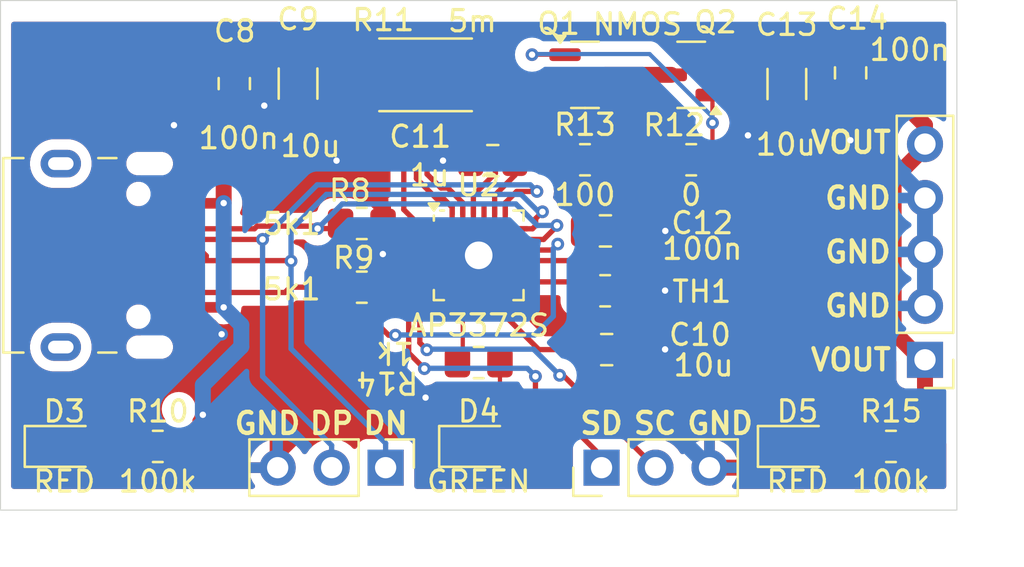
<source format=kicad_pcb>
(kicad_pcb (version 20240108) (generator "pcbnew") (generator_version "8.0")
  (layers (0 "F.Cu" signal) (31 "B.Cu" signal) (34 "B.Paste" user) (35 "F.Paste" user) (36 "B.SilkS" user "B.Silkscreen") (37 "F.SilkS" user "F.Silkscreen") (38 "B.Mask" user) (39 "F.Mask" user) (44 "Edge.Cuts" user))
  (net 0 "")
  (net 1 "GND2")
  (net 2 "Net-(U2-V18)")
  (net 3 "Net-(U2-V5V)")
  (net 4 "Net-(U2-IFB)")
  (net 5 "Net-(J8-CC1)")
  (net 6 "/DN")
  (net 7 "/DP")
  (net 9 "Net-(J8-CC2)")
  (net 13 "/VOUT")
  (net 14 "Net-(D3-A)")
  (net 15 "Net-(U2-PWR_EN)")
  (net 16 "Net-(U2-VOUT)")
  (net 17 "Net-(D4-A)")
  (net 18 "Net-(U2-LED)")
  (net 20 "Net-(U2-OTP)")
  (net 22 "/VBUS")
  (net 23 "/VSENSE")
  (net 24 "/SCL'")
  (net 25 "/SDA'")
  (net 26 "Net-(D5-A)")
  (net 33 "/D")
  (net 34 "/G")
  (footprint "Connector_PinHeader_2.54mm:PinHeader_1x05_P2.54mm_Vertical" (layer "F.Cu") (at 93.5 66.92 180)
    (property "Reference" "J11" (hide yes))
    (property "Value" "Conn_01x02")
    (fp_line (start 1.33 1.27) (end 1.33 11.49) (stroke (width 0.12)) (layer "F.SilkS"))
    (fp_line (start -1.33 11.49) (end 1.33 11.49) (stroke (width 0.12)) (layer "F.SilkS"))
    (fp_line (start -1.33 1.27) (end 1.33 1.27) (stroke (width 0.12)) (layer "F.SilkS"))
    (fp_line (start -1.33 1.27) (end -1.33 11.49) (stroke (width 0.12)) (layer "F.SilkS"))
    (fp_line (start -1.33 0) (end -1.33 -1.33) (stroke (width 0.12)) (layer "F.SilkS"))
    (fp_line (start -1.33 -1.33) (end 0 -1.33) (stroke (width 0.12)) (layer "F.SilkS"))
    (pad "1" thru_hole rect (at 0 0 180) (size 1.7 1.7) (drill 1) (layers "*.Cu" "*.Mask") (net 13 "/VOUT"))
    (pad "2" thru_hole oval (at 0 2.54 180) (size 1.7 1.7) (drill 1) (layers "*.Cu" "*.Mask") (net 1 "GND2"))
    (pad "3" thru_hole oval (at 0 5.08 180) (size 1.7 1.7) (drill 1) (layers "*.Cu" "*.Mask") (net 1 "GND2"))
    (pad "4" thru_hole oval (at 0 7.62 180) (size 1.7 1.7) (drill 1) (layers "*.Cu" "*.Mask") (net 1 "GND2"))
    (pad "5" thru_hole oval (at 0 10.16 180) (size 1.7 1.7) (drill 1) (layers "*.Cu" "*.Mask") (net 13 "/VOUT"))
  )
  (footprint "Package_TO_SOT_SMD:SOT-23" (layer "F.Cu") (at 82.5 53.5 180)
    (property "Reference" "Q2" (at -1.14 2.48 0) (layer "F.SilkS"))
    (property "Value" "NMOS" (hide yes))
    (fp_line (start 0 1.56) (end 0.65 1.56) (stroke (width 0.12)) (layer "F.SilkS"))
    (fp_line (start 0 1.56) (end -0.65 1.56) (stroke (width 0.12)) (layer "F.SilkS"))
    (fp_line (start 0 -1.56) (end 0.65 -1.56) (stroke (width 0.12)) (layer "F.SilkS"))
    (fp_line (start 0 -1.56) (end -0.65 -1.56) (stroke (width 0.12)) (layer "F.SilkS"))
    (fp_poly (pts (xy -1.1625 -1.51) (xy -1.4025 -1.84) (xy -0.9225 -1.84) (xy -1.1625 -1.51)) (stroke (width 0.12)) (fill solid) (layer "F.SilkS"))
    (pad "1" smd roundrect (at -0.9375 -0.95 180) (size 1.475 0.6) (layers "F.Cu" "F.Paste" "F.Mask") (net 34 "/G"))
    (pad "2" smd roundrect (at -0.9375 0.95 180) (size 1.475 0.6) (layers "F.Cu" "F.Paste" "F.Mask") (net 13 "/VOUT"))
    (pad "3" smd roundrect (at 0.9375 0 180) (size 1.475 0.6) (layers "F.Cu" "F.Paste" "F.Mask") (net 33 "/D"))
  )
  (footprint "Capacitor_SMD:C_1206_3216Metric_Pad1.33x1.80mm_HandSolder" (layer "F.Cu") (at 64 53.9125 -90)
    (property "Reference" "C9" (at -3.0325 0 0) (layer "F.SilkS"))
    (property "Value" "10u" (at 2.9375 -0.59 0) (layer "F.SilkS"))
    (fp_line (start -0.711252 0.91) (end 0.711252 0.91) (stroke (width 0.12)) (layer "F.SilkS"))
    (fp_line (start -0.711252 -0.91) (end 0.711252 -0.91) (stroke (width 0.12)) (layer "F.SilkS"))
    (pad "1" smd roundrect (at -1.5625 0 270) (size 1.325 1.8) (layers "F.Cu" "F.Paste" "F.Mask") (roundrect_rratio 0.188679) (net 22 "/VBUS"))
    (pad "2" smd roundrect (at 1.5625 0 270) (size 1.325 1.8) (layers "F.Cu" "F.Paste" "F.Mask") (roundrect_rratio 0.188679) (net 1 "GND2"))
  )
  (footprint "Capacitor_SMD:C_0805_2012Metric_Pad1.18x1.45mm_HandSolder" (layer "F.Cu") (at 90 53.4075 -90)
    (property "Reference" "C14" (at -2.5575 -0.31 0) (layer "F.SilkS"))
    (property "Value" "100n" (at -1.0875 -2.78 0) (layer "F.SilkS"))
    (fp_line (start -0.261252 0.735) (end 0.261252 0.735) (stroke (width 0.12)) (layer "F.SilkS"))
    (fp_line (start -0.261252 -0.735) (end 0.261252 -0.735) (stroke (width 0.12)) (layer "F.SilkS"))
    (pad "1" smd roundrect (at -1.0375 0 270) (size 1.175 1.45) (layers "F.Cu" "F.Paste" "F.Mask") (roundrect_rratio 0.212766) (net 13 "/VOUT"))
    (pad "2" smd roundrect (at 1.0375 0 270) (size 1.175 1.45) (layers "F.Cu" "F.Paste" "F.Mask") (roundrect_rratio 0.212766) (net 1 "GND2"))
  )
  (footprint "Resistor_SMD:R_0805_2012Metric_Pad1.20x1.40mm_HandSolder" (layer "F.Cu") (at 82.5 57.5)
    (property "Reference" "R12" (at -0.8 -1.63 0) (layer "F.SilkS"))
    (property "Value" "0" (at 0 1.65 0) (layer "F.SilkS"))
    (fp_line (start -0.227064 -0.735) (end 0.227064 -0.735) (stroke (width 0.12)) (layer "F.SilkS"))
    (fp_line (start -0.227064 0.735) (end 0.227064 0.735) (stroke (width 0.12)) (layer "F.SilkS"))
    (pad "1" smd roundrect (at -1 0) (size 1.2 1.4) (layers "F.Cu" "F.Paste" "F.Mask") (roundrect_rratio 0.208333) (net 15 "Net-(U2-PWR_EN)"))
    (pad "2" smd roundrect (at 1 0) (size 1.2 1.4) (layers "F.Cu" "F.Paste" "F.Mask") (roundrect_rratio 0.208333) (net 34 "/G"))
  )
  (footprint "Capacitor_SMD:C_1206_3216Metric_Pad1.33x1.80mm_HandSolder" (layer "F.Cu") (at 87 53.9325 -90)
    (property "Reference" "C13" (at -2.7925 0.01 0) (layer "F.SilkS"))
    (property "Value" "10u" (at 2.8475 0.05 0) (layer "F.SilkS"))
    (fp_line (start -0.711252 0.91) (end 0.711252 0.91) (stroke (width 0.12)) (layer "F.SilkS"))
    (fp_line (start -0.711252 -0.91) (end 0.711252 -0.91) (stroke (width 0.12)) (layer "F.SilkS"))
    (pad "1" smd roundrect (at -1.5625 0 270) (size 1.325 1.8) (layers "F.Cu" "F.Paste" "F.Mask") (roundrect_rratio 0.188679) (net 13 "/VOUT"))
    (pad "2" smd roundrect (at 1.5625 0 270) (size 1.325 1.8) (layers "F.Cu" "F.Paste" "F.Mask") (roundrect_rratio 0.188679) (net 1 "GND2"))
  )
  (footprint "LED_SMD:LED_0805_2012Metric_Pad1.15x1.40mm_HandSolder" (layer "F.Cu") (at 53 71)
    (property "Reference" "D3" (at 0 -1.65 0) (layer "F.SilkS"))
    (property "Value" "RED" (at 0 1.65 0) (layer "F.SilkS"))
    (fp_line (start -1.86 -0.96) (end -1.86 0.96) (stroke (width 0.12)) (layer "F.SilkS"))
    (fp_line (start -1.86 0.96) (end 1 0.96) (stroke (width 0.12)) (layer "F.SilkS"))
    (fp_line (start 1 -0.96) (end -1.86 -0.96) (stroke (width 0.12)) (layer "F.SilkS"))
    (pad "1" smd roundrect (at -1.025 0) (size 1.15 1.4) (layers "F.Cu" "F.Paste" "F.Mask") (roundrect_rratio 0.217391) (net 1 "GND2"))
    (pad "2" smd roundrect (at 1.025 0) (size 1.15 1.4) (layers "F.Cu" "F.Paste" "F.Mask") (roundrect_rratio 0.217391) (net 14 "Net-(D3-A)"))
  )
  (footprint "LED_SMD:LED_0805_2012Metric_Pad1.15x1.40mm_HandSolder" (layer "F.Cu") (at 87.5 71)
    (property "Reference" "D5" (at 0 -1.65 0) (layer "F.SilkS"))
    (property "Value" "RED" (at 0 1.65 0) (layer "F.SilkS"))
    (fp_line (start -1.86 -0.96) (end -1.86 0.96) (stroke (width 0.12)) (layer "F.SilkS"))
    (fp_line (start -1.86 0.96) (end 1 0.96) (stroke (width 0.12)) (layer "F.SilkS"))
    (fp_line (start 1 -0.96) (end -1.86 -0.96) (stroke (width 0.12)) (layer "F.SilkS"))
    (pad "1" smd roundrect (at -1.025 0) (size 1.15 1.4) (layers "F.Cu" "F.Paste" "F.Mask") (roundrect_rratio 0.217391) (net 1 "GND2"))
    (pad "2" smd roundrect (at 1.025 0) (size 1.15 1.4) (layers "F.Cu" "F.Paste" "F.Mask") (roundrect_rratio 0.217391) (net 26 "Net-(D5-A)"))
  )
  (footprint "Capacitor_SMD:C_0805_2012Metric_Pad1.18x1.45mm_HandSolder" (layer "F.Cu") (at 61 53.9125 -90)
    (property "Reference" "C8" (at -2.4725 -0.02 0) (layer "F.SilkS"))
    (property "Value" "100n" (at 2.5675 -0.21 0) (layer "F.SilkS"))
    (fp_line (start -0.261252 0.735) (end 0.261252 0.735) (stroke (width 0.12)) (layer "F.SilkS"))
    (fp_line (start -0.261252 -0.735) (end 0.261252 -0.735) (stroke (width 0.12)) (layer "F.SilkS"))
    (pad "1" smd roundrect (at -1.0375 0 270) (size 1.175 1.45) (layers "F.Cu" "F.Paste" "F.Mask") (roundrect_rratio 0.212766) (net 22 "/VBUS"))
    (pad "2" smd roundrect (at 1.0375 0 270) (size 1.175 1.45) (layers "F.Cu" "F.Paste" "F.Mask") (roundrect_rratio 0.212766) (net 1 "GND2"))
  )
  (footprint "Resistor_SMD:R_0805_2012Metric_Pad1.20x1.40mm_HandSolder" (layer "F.Cu") (at 72.5 67.05)
    (property "Reference" "R14" (at -4.3 0.95 180) (layer "F.SilkS"))
    (property "Value" "1k" (at -3.94 -0.45 180) (layer "F.SilkS"))
    (fp_line (start -0.227064 -0.735) (end 0.227064 -0.735) (stroke (width 0.12)) (layer "F.SilkS"))
    (fp_line (start -0.227064 0.735) (end 0.227064 0.735) (stroke (width 0.12)) (layer "F.SilkS"))
    (pad "1" smd roundrect (at -1 0) (size 1.2 1.4) (layers "F.Cu" "F.Paste" "F.Mask") (roundrect_rratio 0.208333) (net 18 "Net-(U2-LED)"))
    (pad "2" smd roundrect (at 1 0) (size 1.2 1.4) (layers "F.Cu" "F.Paste" "F.Mask") (roundrect_rratio 0.208333) (net 17 "Net-(D4-A)"))
  )
  (footprint "Resistor_SMD:R_0805_2012Metric_Pad1.20x1.40mm_HandSolder" (layer "F.Cu") (at 57.4 71 180)
    (property "Reference" "R10" (at 0 1.65 0) (layer "F.SilkS"))
    (property "Value" "100k" (at 0 -1.65 0) (layer "F.SilkS"))
    (fp_line (start -0.227064 0.735) (end 0.227064 0.735) (stroke (width 0.12)) (layer "F.SilkS"))
    (fp_line (start -0.227064 -0.735) (end 0.227064 -0.735) (stroke (width 0.12)) (layer "F.SilkS"))
    (pad "1" smd roundrect (at -1 0 180) (size 1.2 1.4) (layers "F.Cu" "F.Paste" "F.Mask") (roundrect_rratio 0.208333) (net 22 "/VBUS"))
    (pad "2" smd roundrect (at 1 0 180) (size 1.2 1.4) (layers "F.Cu" "F.Paste" "F.Mask") (roundrect_rratio 0.208333) (net 14 "Net-(D3-A)"))
  )
  (footprint "Resistor_SMD:R_0805_2012Metric_Pad1.20x1.40mm_HandSolder" (layer "F.Cu") (at 67 63.5)
    (property "Reference" "R9" (at -0.38 -1.38 0) (layer "F.SilkS"))
    (property "Value" "5k1" (at -3.3 0.1 0) (layer "F.SilkS"))
    (fp_line (start -0.227064 -0.735) (end 0.227064 -0.735) (stroke (width 0.12)) (layer "F.SilkS"))
    (fp_line (start -0.227064 0.735) (end 0.227064 0.735) (stroke (width 0.12)) (layer "F.SilkS"))
    (pad "1" smd roundrect (at -1 0) (size 1.2 1.4) (layers "F.Cu" "F.Paste" "F.Mask") (roundrect_rratio 0.208333) (net 9 "Net-(J8-CC2)"))
    (pad "2" smd roundrect (at 1 0) (size 1.2 1.4) (layers "F.Cu" "F.Paste" "F.Mask") (roundrect_rratio 0.208333) (net 1 "GND2"))
  )
  (footprint "Capacitor_SMD:C_0805_2012Metric_Pad1.18x1.45mm_HandSolder" (layer "F.Cu") (at 73.1625 57.54 180)
    (property "Reference" "C11" (at 3.4125 1.13 0) (layer "F.SilkS"))
    (property "Value" "1u" (at 2.9725 -0.69 0) (layer "F.SilkS"))
    (fp_line (start -0.261252 0.735) (end 0.261252 0.735) (stroke (width 0.12)) (layer "F.SilkS"))
    (fp_line (start -0.261252 -0.735) (end 0.261252 -0.735) (stroke (width 0.12)) (layer "F.SilkS"))
    (pad "1" smd roundrect (at -1.0375 0 180) (size 1.175 1.45) (layers "F.Cu" "F.Paste" "F.Mask") (roundrect_rratio 0.212766) (net 3 "Net-(U2-V5V)"))
    (pad "2" smd roundrect (at 1.0375 0 180) (size 1.175 1.45) (layers "F.Cu" "F.Paste" "F.Mask") (roundrect_rratio 0.212766) (net 1 "GND2"))
  )
  (footprint "LED_SMD:LED_0805_2012Metric_Pad1.15x1.40mm_HandSolder" (layer "F.Cu") (at 72.5 71)
    (property "Reference" "D4" (at 0 -1.65 0) (layer "F.SilkS"))
    (property "Value" "GREEN" (at 0 1.65 0) (layer "F.SilkS"))
    (fp_line (start -1.86 -0.96) (end -1.86 0.96) (stroke (width 0.12)) (layer "F.SilkS"))
    (fp_line (start -1.86 0.96) (end 1 0.96) (stroke (width 0.12)) (layer "F.SilkS"))
    (fp_line (start 1 -0.96) (end -1.86 -0.96) (stroke (width 0.12)) (layer "F.SilkS"))
    (pad "1" smd roundrect (at -1.025 0) (size 1.15 1.4) (layers "F.Cu" "F.Paste" "F.Mask") (roundrect_rratio 0.217391) (net 1 "GND2"))
    (pad "2" smd roundrect (at 1.025 0) (size 1.15 1.4) (layers "F.Cu" "F.Paste" "F.Mask") (roundrect_rratio 0.217391) (net 17 "Net-(D4-A)"))
  )
  (footprint "Resistor_SMD:R_2512_6332Metric_Pad1.40x3.35mm_HandSolder" (layer "F.Cu") (at 70 53.5)
    (property "Reference" "R11" (at -1.99 -2.58 0) (layer "F.SilkS"))
    (property "Value" "5m" (at 2.2 -2.53 0) (layer "F.SilkS"))
    (fp_line (start -2.177064 -1.71) (end 2.177064 -1.71) (stroke (width 0.12)) (layer "F.SilkS"))
    (fp_line (start -2.177064 1.71) (end 2.177064 1.71) (stroke (width 0.12)) (layer "F.SilkS"))
    (pad "1" smd roundrect (at -3.05 0) (size 1.4 3.35) (layers "F.Cu" "F.Paste" "F.Mask") (roundrect_rratio 0.178571) (net 22 "/VBUS"))
    (pad "2" smd roundrect (at 3.05 0) (size 1.4 3.35) (layers "F.Cu" "F.Paste" "F.Mask") (roundrect_rratio 0.178571) (net 23 "/VSENSE"))
  )
  (footprint "Resistor_SMD:R_0805_2012Metric_Pad1.20x1.40mm_HandSolder" (layer "F.Cu") (at 91.9 71 180)
    (property "Reference" "R15" (at 0 1.65 0) (layer "F.SilkS"))
    (property "Value" "100k" (at 0 -1.65 0) (layer "F.SilkS"))
    (fp_line (start -0.227064 0.735) (end 0.227064 0.735) (stroke (width 0.12)) (layer "F.SilkS"))
    (fp_line (start -0.227064 -0.735) (end 0.227064 -0.735) (stroke (width 0.12)) (layer "F.SilkS"))
    (pad "1" smd roundrect (at -1 0 180) (size 1.2 1.4) (layers "F.Cu" "F.Paste" "F.Mask") (roundrect_rratio 0.208333) (net 13 "/VOUT"))
    (pad "2" smd roundrect (at 1 0 180) (size 1.2 1.4) (layers "F.Cu" "F.Paste" "F.Mask") (roundrect_rratio 0.208333) (net 26 "Net-(D5-A)"))
  )
  (footprint "Capacitor_SMD:C_0805_2012Metric_Pad1.18x1.45mm_HandSolder" (layer "F.Cu") (at 78.5225 66.44)
    (property "Reference" "C10" (at 4.3875 -0.7 0) (layer "F.SilkS"))
    (property "Value" "10u" (at 4.5575 0.74 0) (layer "F.SilkS"))
    (fp_line (start -0.261252 -0.735) (end 0.261252 -0.735) (stroke (width 0.12)) (layer "F.SilkS"))
    (fp_line (start -0.261252 0.735) (end 0.261252 0.735) (stroke (width 0.12)) (layer "F.SilkS"))
    (pad "1" smd roundrect (at -1.0375 0) (size 1.175 1.45) (layers "F.Cu" "F.Paste" "F.Mask") (roundrect_rratio 0.212766) (net 2 "Net-(U2-V18)"))
    (pad "2" smd roundrect (at 1.0375 0) (size 1.175 1.45) (layers "F.Cu" "F.Paste" "F.Mask") (roundrect_rratio 0.212766) (net 1 "GND2"))
  )
  (footprint "Connector_PinHeader_2.54mm:PinHeader_1x03_P2.54mm_Vertical" (layer "F.Cu") (at 78.28 72 90)
    (property "Reference" "J10" (hide yes))
    (property "Value" "Conn_01x03")
    (fp_line (start -1.33 -1.33) (end 0 -1.33) (stroke (width 0.12)) (layer "F.SilkS"))
    (fp_line (start -1.33 0) (end -1.33 -1.33) (stroke (width 0.12)) (layer "F.SilkS"))
    (fp_line (start 1.33 1.27) (end 1.33 6.41) (stroke (width 0.12)) (layer "F.SilkS"))
    (fp_line (start -1.33 1.27) (end 1.33 1.27) (stroke (width 0.12)) (layer "F.SilkS"))
    (fp_line (start -1.33 1.27) (end -1.33 6.41) (stroke (width 0.12)) (layer "F.SilkS"))
    (fp_line (start -1.33 6.41) (end 1.33 6.41) (stroke (width 0.12)) (layer "F.SilkS"))
    (pad "1" thru_hole rect (at 0 0 90) (size 1.7 1.7) (drill 1) (layers "*.Cu" "*.Mask") (net 25 "/SDA'"))
    (pad "2" thru_hole oval (at 0 2.54 90) (size 1.7 1.7) (drill 1) (layers "*.Cu" "*.Mask") (net 24 "/SCL'"))
    (pad "3" thru_hole oval (at 0 5.08 90) (size 1.7 1.7) (drill 1) (layers "*.Cu" "*.Mask") (net 1 "GND2"))
  )
  (footprint "Resistor_SMD:R_0805_2012Metric_Pad1.20x1.40mm_HandSolder" (layer "F.Cu") (at 78.45 63.67)
    (property "Reference" "TH1" (at 4.55 0.04 0) (layer "F.SilkS"))
    (property "Value" "Thermistor_NTC")
    (fp_line (start -0.227064 -0.735) (end 0.227064 -0.735) (stroke (width 0.12)) (layer "F.SilkS"))
    (fp_line (start -0.227064 0.735) (end 0.227064 0.735) (stroke (width 0.12)) (layer "F.SilkS"))
    (pad "1" smd roundrect (at -1 0) (size 1.2 1.4) (layers "F.Cu" "F.Paste" "F.Mask") (roundrect_rratio 0.208333) (net 20 "Net-(U2-OTP)"))
    (pad "2" smd roundrect (at 1 0) (size 1.2 1.4) (layers "F.Cu" "F.Paste" "F.Mask") (roundrect_rratio 0.208333) (net 1 "GND2"))
  )
  (footprint "Package_TO_SOT_SMD:SOT-23" (layer "F.Cu") (at 77.5 53.5)
    (property "Reference" "Q1" (at -1.24 -2.41 0) (layer "F.SilkS"))
    (property "Value" "NMOS" (at 2.47 -2.38 0) (layer "F.SilkS"))
    (fp_line (start 0 -1.56) (end -0.65 -1.56) (stroke (width 0.12)) (layer "F.SilkS"))
    (fp_line (start 0 -1.56) (end 0.65 -1.56) (stroke (width 0.12)) (layer "F.SilkS"))
    (fp_line (start 0 1.56) (end -0.65 1.56) (stroke (width 0.12)) (layer "F.SilkS"))
    (fp_line (start 0 1.56) (end 0.65 1.56) (stroke (width 0.12)) (layer "F.SilkS"))
    (fp_poly (pts (xy -1.1625 -1.51) (xy -1.4025 -1.84) (xy -0.9225 -1.84) (xy -1.1625 -1.51)) (stroke (width 0.12)) (fill solid) (layer "F.SilkS"))
    (pad "1" smd roundrect (at -0.9375 -0.95) (size 1.475 0.6) (layers "F.Cu" "F.Paste" "F.Mask") (net 34 "/G"))
    (pad "2" smd roundrect (at -0.9375 0.95) (size 1.475 0.6) (layers "F.Cu" "F.Paste" "F.Mask") (net 23 "/VSENSE"))
    (pad "3" smd roundrect (at 0.9375 0) (size 1.475 0.6) (layers "F.Cu" "F.Paste" "F.Mask") (net 33 "/D"))
  )
  (footprint "Resistor_SMD:R_0805_2012Metric_Pad1.20x1.40mm_HandSolder" (layer "F.Cu") (at 67 60.5)
    (property "Reference" "R8" (at -0.56 -1.55 0) (layer "F.SilkS"))
    (property "Value" "5k1" (at -3.3 0.02 0) (layer "F.SilkS"))
    (fp_line (start -0.227064 -0.735) (end 0.227064 -0.735) (stroke (width 0.12)) (layer "F.SilkS"))
    (fp_line (start -0.227064 0.735) (end 0.227064 0.735) (stroke (width 0.12)) (layer "F.SilkS"))
    (pad "1" smd roundrect (at -1 0) (size 1.2 1.4) (layers "F.Cu" "F.Paste" "F.Mask") (roundrect_rratio 0.208333) (net 5 "Net-(J8-CC1)"))
    (pad "2" smd roundrect (at 1 0) (size 1.2 1.4) (layers "F.Cu" "F.Paste" "F.Mask") (roundrect_rratio 0.208333) (net 1 "GND2"))
  )
  (footprint "Resistor_SMD:R_0805_2012Metric_Pad1.20x1.40mm_HandSolder" (layer "F.Cu") (at 77.5 57.5)
    (property "Reference" "R13" (at 0 -1.65 0) (layer "F.SilkS"))
    (property "Value" "100" (at 0 1.65 0) (layer "F.SilkS"))
    (fp_line (start -0.227064 -0.735) (end 0.227064 -0.735) (stroke (width 0.12)) (layer "F.SilkS"))
    (fp_line (start -0.227064 0.735) (end 0.227064 0.735) (stroke (width 0.12)) (layer "F.SilkS"))
    (pad "1" smd roundrect (at -1 0) (size 1.2 1.4) (layers "F.Cu" "F.Paste" "F.Mask") (roundrect_rratio 0.208333) (net 16 "Net-(U2-VOUT)"))
    (pad "2" smd roundrect (at 1 0) (size 1.2 1.4) (layers "F.Cu" "F.Paste" "F.Mask") (roundrect_rratio 0.208333) (net 13 "/VOUT"))
  )
  (footprint "Capacitor_SMD:C_0805_2012Metric_Pad1.18x1.45mm_HandSolder" (layer "F.Cu") (at 78.4625 60.85)
    (property "Reference" "C12" (at 4.5575 -0.37 0) (layer "F.SilkS"))
    (property "Value" "100n" (at 4.5575 0.84 0) (layer "F.SilkS"))
    (fp_line (start -0.261252 -0.735) (end 0.261252 -0.735) (stroke (width 0.12)) (layer "F.SilkS"))
    (fp_line (start -0.261252 0.735) (end 0.261252 0.735) (stroke (width 0.12)) (layer "F.SilkS"))
    (pad "1" smd roundrect (at -1.0375 0) (size 1.175 1.45) (layers "F.Cu" "F.Paste" "F.Mask") (roundrect_rratio 0.212766) (net 4 "Net-(U2-IFB)"))
    (pad "2" smd roundrect (at 1.0375 0) (size 1.175 1.45) (layers "F.Cu" "F.Paste" "F.Mask") (roundrect_rratio 0.212766) (net 1 "GND2"))
  )
  (footprint "Connector_PinHeader_2.54mm:PinHeader_1x03_P2.54mm_Vertical" (layer "F.Cu") (at 68.12 72 -90)
    (property "Reference" "J9" (hide yes))
    (property "Value" "Conn_01x03")
    (fp_line (start -1.33 6.41) (end 1.33 6.41) (stroke (width 0.12)) (layer "F.SilkS"))
    (fp_line (start -1.33 1.27) (end -1.33 6.41) (stroke (width 0.12)) (layer "F.SilkS"))
    (fp_line (start -1.33 1.27) (end 1.33 1.27) (stroke (width 0.12)) (layer "F.SilkS"))
    (fp_line (start 1.33 1.27) (end 1.33 6.41) (stroke (width 0.12)) (layer "F.SilkS"))
    (fp_line (start -1.33 0) (end -1.33 -1.33) (stroke (width 0.12)) (layer "F.SilkS"))
    (fp_line (start -1.33 -1.33) (end 0 -1.33) (stroke (width 0.12)) (layer "F.SilkS"))
    (pad "1" thru_hole rect (at 0 0 270) (size 1.7 1.7) (drill 1) (layers "*.Cu" "*.Mask") (net 6 "/DN"))
    (pad "2" thru_hole oval (at 0 2.54 270) (size 1.7 1.7) (drill 1) (layers "*.Cu" "*.Mask") (net 7 "/DP"))
    (pad "3" thru_hole oval (at 0 5.08 270) (size 1.7 1.7) (drill 1) (layers "*.Cu" "*.Mask") (net 1 "GND2"))
  )
  (footprint "Package_DFN_QFN:QFN-24-1EP_4x4mm_P0.5mm_EP2.6x2.6mm" (layer "F.Cu") (at 72.5 62)
    (property "Reference" "U2" (at 0 -3.3 0) (layer "F.SilkS"))
    (property "Value" "AP3372S" (at 0 3.3 0) (layer "F.SilkS"))
    (fp_line (start -2.11 -1.635) (end -2.11 -1.87) (stroke (width 0.12)) (layer "F.SilkS"))
    (fp_line (start -2.11 2.11) (end -2.11 1.635) (stroke (width 0.12)) (layer "F.SilkS"))
    (fp_line (start -1.635 -2.11) (end -1.81 -2.11) (stroke (width 0.12)) (layer "F.SilkS"))
    (fp_line (start -1.635 2.11) (end -2.11 2.11) (stroke (width 0.12)) (layer "F.SilkS"))
    (fp_line (start 1.635 -2.11) (end 2.11 -2.11) (stroke (width 0.12)) (layer "F.SilkS"))
    (fp_line (start 1.635 2.11) (end 2.11 2.11) (stroke (width 0.12)) (layer "F.SilkS"))
    (fp_line (start 2.11 -2.11) (end 2.11 -1.635) (stroke (width 0.12)) (layer "F.SilkS"))
    (fp_line (start 2.11 2.11) (end 2.11 1.635) (stroke (width 0.12)) (layer "F.SilkS"))
    (fp_poly (pts (xy -2.11 -2.11) (xy -2.35 -2.44) (xy -1.87 -2.44) (xy -2.11 -2.11)) (stroke (width 0.12)) (fill solid) (layer "F.SilkS"))
    (pad "1" smd roundrect (at -1.9375 -1.25) (size 0.825 0.25) (layers "F.Cu" "F.Paste" "F.Mask") (net 22 "/VBUS"))
    (pad "2" smd roundrect (at -1.9375 -0.75) (size 0.825 0.25) (layers "F.Cu" "F.Paste" "F.Mask"))
    (pad "3" smd roundrect (at -1.9375 -0.25) (size 0.825 0.25) (layers "F.Cu" "F.Paste" "F.Mask") (net 1 "GND2"))
    (pad "4" smd roundrect (at -1.9375 0.25) (size 0.825 0.25) (layers "F.Cu" "F.Paste" "F.Mask") (net 25 "/SDA'"))
    (pad "5" smd roundrect (at -1.9375 0.75) (size 0.825 0.25) (layers "F.Cu" "F.Paste" "F.Mask") (net 24 "/SCL'"))
    (pad "6" smd roundrect (at -1.9375 1.25) (size 0.825 0.25) (layers "F.Cu" "F.Paste" "F.Mask"))
    (pad "7" smd roundrect (at -1.25 1.9375) (size 0.25 0.825) (layers "F.Cu" "F.Paste" "F.Mask"))
    (pad "8" smd roundrect (at -0.75 1.9375) (size 0.25 0.825) (layers "F.Cu" "F.Paste" "F.Mask") (net 18 "Net-(U2-LED)"))
    (pad "9" smd roundrect (at -0.25 1.9375) (size 0.25 0.825) (layers "F.Cu" "F.Paste" "F.Mask"))
    (pad "10" smd roundrect (at 0.25 1.9375) (size 0.25 0.825) (layers "F.Cu" "F.Paste" "F.Mask"))
    (pad "11" smd roundrect (at 0.75 1.9375) (size 0.25 0.825) (layers "F.Cu" "F.Paste" "F.Mask"))
    (pad "12" smd roundrect (at 1.25 1.9375) (size 0.25 0.825) (layers "F.Cu" "F.Paste" "F.Mask") (net 2 "Net-(U2-V18)"))
    (pad "13" smd roundrect (at 1.9375 1.25) (size 0.825 0.25) (layers "F.Cu" "F.Paste" "F.Mask") (net 20 "Net-(U2-OTP)"))
    (pad "14" smd roundrect (at 1.9375 0.75) (size 0.825 0.25) (layers "F.Cu" "F.Paste" "F.Mask"))
    (pad "15" smd roundrect (at 1.9375 0.25) (size 0.825 0.25) (layers "F.Cu" "F.Paste" "F.Mask") (net 4 "Net-(U2-IFB)"))
    (pad "16" smd roundrect (at 1.9375 -0.25) (size 0.825 0.25) (layers "F.Cu" "F.Paste" "F.Mask") (net 9 "Net-(J8-CC2)"))
    (pad "17" smd roundrect (at 1.9375 -0.75) (size 0.825 0.25) (layers "F.Cu" "F.Paste" "F.Mask") (net 5 "Net-(J8-CC1)"))
    (pad "18" smd roundrect (at 1.9375 -1.25) (size 0.825 0.25) (layers "F.Cu" "F.Paste" "F.Mask") (net 6 "/DN"))
    (pad "19" smd roundrect (at 1.25 -1.9375) (size 0.25 0.825) (layers "F.Cu" "F.Paste" "F.Mask") (net 7 "/DP"))
    (pad "20" smd roundrect (at 0.75 -1.9375) (size 0.25 0.825) (layers "F.Cu" "F.Paste" "F.Mask") (net 3 "Net-(U2-V5V)"))
    (pad "21" smd roundrect (at 0.25 -1.9375) (size 0.25 0.825) (layers "F.Cu" "F.Paste" "F.Mask"))
    (pad "22" smd roundrect (at -0.25 -1.9375) (size 0.25 0.825) (layers "F.Cu" "F.Paste" "F.Mask") (net 16 "Net-(U2-VOUT)"))
    (pad "23" smd roundrect (at -0.75 -1.9375) (size 0.25 0.825) (layers "F.Cu" "F.Paste" "F.Mask") (net 15 "Net-(U2-PWR_EN)"))
    (pad "24" smd roundrect (at -1.25 -1.9375) (size 0.25 0.825) (layers "F.Cu" "F.Paste" "F.Mask") (net 23 "/VSENSE"))
    (pad "25" thru_hole rect (at 0 0) (size 2.6 2.6) (drill 1.3) (property pad_prop_heatsink) (layers "*.Cu" "*.Mask") (net 1 "GND2"))
  )
  (footprint "misc:usb_c_connector" (layer "F.Cu") (at 52.8365 62 -90)
    (property "Reference" "J8" (hide yes))
    (property "Value" "USB_C_Receptacle_USB2.0_16P")
    (fp_line (start -4.58 2.708) (end 4.58 2.708) (stroke (width 0.12)) (layer "F.SilkS"))
    (fp_line (start -4.58 1.758) (end -4.58 2.708) (stroke (width 0.12)) (layer "F.SilkS"))
    (fp_line (start 4.58 1.758) (end 4.58 2.708) (stroke (width 0.12)) (layer "F.SilkS"))
    (fp_line (start -4.58 -2.617) (end -4.58 -1.762) (stroke (width 0.12)) (layer "F.SilkS"))
    (fp_line (start 4.58 -2.617) (end 4.58 -1.762) (stroke (width 0.12)) (layer "F.SilkS"))
    (pad "" np_thru_hole oval (at -4.32 -4.18 270) (size 0.6 1.7) (drill oval 0.6 1.7) (layers "F&B.Cu" "*.Mask"))
    (pad "" np_thru_hole circle (at -2.89 -3.65 270) (size 0.65 0.65) (drill 0.65) (layers "F&B.Cu" "*.Mask"))
    (pad "" np_thru_hole circle (at 2.89 -3.65 270) (size 0.65 0.65) (drill 0.65) (layers "F&B.Cu" "*.Mask"))
    (pad "" np_thru_hole oval (at 4.32 -4.18 270) (size 0.6 1.7) (drill oval 0.6 1.7) (layers "F&B.Cu" "*.Mask"))
    (pad "A1" smd rect (at -3.25 -5.37 270) (size 0.6 2) (layers "F.Cu" "F.Paste" "F.Mask") (net 1 "GND2"))
    (pad "A4" smd rect (at -2.45 -5.37 270) (size 0.6 2) (layers "F.Cu" "F.Paste" "F.Mask") (net 22 "/VBUS"))
    (pad "A5" smd rect (at -1.25 -5.37 270) (size 0.3 2) (layers "F.Cu" "F.Paste" "F.Mask") (net 5 "Net-(J8-CC1)"))
    (pad "A6" smd rect (at -0.25 -5.37 270) (size 0.3 2) (layers "F.Cu" "F.Paste" "F.Mask") (net 6 "/DN"))
    (pad "A7" smd rect (at 0.25 -5.37 270) (size 0.3 2) (layers "F.Cu" "F.Paste" "F.Mask") (net 6 "/DN"))
    (pad "A8" smd rect (at 1.25 -5.37 270) (size 0.3 2) (layers "F.Cu" "F.Paste" "F.Mask"))
    (pad "A9" smd rect (at 2.45 -5.37 270) (size 0.6 2) (layers "F.Cu" "F.Paste" "F.Mask") (net 22 "/VBUS"))
    (pad "A12" smd rect (at 3.25 -5.37 270) (size 0.6 2) (layers "F.Cu" "F.Paste" "F.Mask") (net 1 "GND2"))
    (pad "B1" smd rect (at 3.25 -5.37 270) (size 0.6 2) (layers "F.Cu" "F.Paste" "F.Mask") (net 1 "GND2"))
    (pad "B4" smd rect (at 2.45 -5.37 270) (size 0.6 2) (layers "F.Cu" "F.Paste" "F.Mask") (net 22 "/VBUS"))
    (pad "B5" smd rect (at 1.75 -5.37 270) (size 0.3 2) (layers "F.Cu" "F.Paste" "F.Mask") (net 9 "Net-(J8-CC2)"))
    (pad "B6" smd rect (at 0.75 -5.37 270) (size 0.3 2) (layers "F.Cu" "F.Paste" "F.Mask") (net 7 "/DP"))
    (pad "B7" smd rect (at -0.75 -5.37 270) (size 0.3 2) (layers "F.Cu" "F.Paste" "F.Mask") (net 7 "/DP"))
    (pad "B8" smd rect (at -1.75 -5.37 270) (size 0.3 2) (layers "F.Cu" "F.Paste" "F.Mask"))
    (pad "B9" smd rect (at -2.45 -5.37 270) (size 0.6 2) (layers "F.Cu" "F.Paste" "F.Mask") (net 22 "/VBUS"))
    (pad "B12" smd rect (at -3.25 -5.37 270) (size 0.6 2) (layers "F.Cu" "F.Paste" "F.Mask") (net 1 "GND2"))
    (pad "S1" thru_hole oval (at -4.32 0 270) (size 1.3 1.9) (drill oval 0.6 1.2) (layers "*.Cu" "*.Mask"))
    (pad "S1" thru_hole oval (at 4.32 0 270) (size 1.3 1.9) (drill oval 0.6 1.2) (layers "*.Cu" "*.Mask"))
  )
  (gr_rect (start 50 50) (end 95 74) (stroke (width 0.05)) (fill none) (layer "Edge.Cuts"))
  (gr_text "SC" (at 80.8 70.5 0) (layer "F.SilkS") (effects (font (size 1 1) (thickness 0.2) (bold yes)) (justify bottom)))
  (gr_text "GND" (at 62.56 70.5 0) (layer "F.SilkS") (effects (font (size 1 1) (thickness 0.2) (bold yes)) (justify bottom)))
  (gr_text "GND" (at 83.86 70.5 0) (layer "F.SilkS") (effects (font (size 1 1) (thickness 0.2) (bold yes)) (justify bottom)))
  (gr_text "SD" (at 78.28 70.5 0) (layer "F.SilkS") (effects (font (size 1 1) (thickness 0.2) (bold yes)) (justify bottom)))
  (gr_text "DP" (at 65.58 70.5 0) (layer "F.SilkS") (effects (font (size 1 1) (thickness 0.2) (bold yes)) (justify bottom)))
  (gr_text "GND" (at 92 61.84 0) (layer "F.SilkS") (effects (font (size 1 1) (thickness 0.2) (bold yes)) (justify right)))
  (gr_text "VOUT" (at 92 56.68 0) (layer "F.SilkS") (effects (font (size 1 1) (thickness 0.2) (bold yes)) (justify right)))
  (gr_text "VOUT" (at 92 66.92 0) (layer "F.SilkS") (effects (font (size 1 1) (thickness 0.2) (bold yes)) (justify right)))
  (gr_text "GND" (at 92 59.3 0) (layer "F.SilkS") (effects (font (size 1 1) (thickness 0.2) (bold yes)) (justify right)))
  (gr_text "DN" (at 68.12 70.5 0) (layer "F.SilkS") (effects (font (size 1 1) (thickness 0.2) (bold yes)) (justify bottom)))
  (gr_text "GND" (at 92 64.38 0) (layer "F.SilkS") (effects (font (size 1 1) (thickness 0.2) (bold yes)) (justify right)))
  (segment (start 65.64 68.7) (end 70 68.7) (width 0.75) (layer "F.Cu") (net 1))
  (segment (start 59.95 65.25) (end 60.42 65.72) (width 0.5) (layer "F.Cu") (net 1))
  (segment (start 63.04 71.3) (end 65.64 68.7) (width 0.75) (layer "F.Cu") (net 1))
  (segment (start 68 61.93) (end 67.99 61.94) (width 0.75) (layer "F.Cu") (net 1))
  (segment (start 67.99 61.94) (end 68 61.95) (width 0.75) (layer "F.Cu") (net 1))
  (segment (start 63.04 72) (end 63.04 68.34) (width 0.75) (layer "F.Cu") (net 1))
  (segment (start 70.5625 61.75) (end 72.25 61.75) (width 0.25) (layer "F.Cu") (net 1))
  (segment (start 68 60.5) (end 68 61.93) (width 0.75) (layer "F.Cu") (net 1))
  (segment (start 85.475 72) (end 86.475 71) (width 0.75) (layer "F.Cu") (net 1))
  (segment (start 63.04 72) (end 62.965 72.075) (width 0.25) (layer "F.Cu") (net 1))
  (segment (start 90 56.57) (end 89.99 56.58) (width 0.75) (layer "F.Cu") (net 1))
  (segment (start 52.975 72.075) (end 51.9 71) (width 0.25) (layer "F.Cu") (net 1))
  (segment (start 62.41 54.95) (end 63.475 54.95) (width 0.75) (layer "F.Cu") (net 1))
  (segment (start 72.25 61.75) (end 72.5 62) (width 0.25) (layer "F.Cu") (net 1))
  (segment (start 72.125 57.54) (end 70.82 57.54) (width 0.75) (layer "F.Cu") (net 1))
  (segment (start 68 59.73) (end 68 60.5) (width 0.75) (layer "F.Cu") (net 1))
  (segment (start 63.04 72) (end 63.04 71.3) (width 0.75) (layer "F.Cu") (net 1))
  (segment (start 62.965 72.075) (end 52.975 72.075) (width 0.25) (layer "F.Cu") (net 1))
  (segment (start 65.81 57.54) (end 68 59.73) (width 0.75) (layer "F.Cu") (net 1))
  (segment (start 87 55.495) (end 86.025 55.495) (width 0.75) (layer "F.Cu") (net 1))
  (segment (start 81.27 63.66) (end 81.28 63.67) (width 0.75) (layer "F.Cu") (net 1))
  (segment (start 58.6165 56.3265) (end 58.16 55.87) (width 0.5) (layer "F.Cu") (net 1))
  (segment (start 81.27 66.43) (end 81.28 66.44) (width 0.75) (layer "F.Cu") (net 1))
  (segment (start 90 54.445) (end 90 56.57) (width 0.75) (layer "F.Cu") (net 1))
  (segment (start 58.2065 65.25) (end 59.95 65.25) (width 0.5) (layer "F.Cu") (net 1))
  (segment (start 63.475 54.95) (end 64 55.475) (width 0.75) (layer "F.Cu") (net 1))
  (segment (start 79.56 66.44) (end 81.27 66.43) (width 0.75) (layer "F.Cu") (net 1))
  (segment (start 68 61.95) (end 68 63.5) (width 0.75) (layer "F.Cu") (net 1))
  (segment (start 71.475 71) (end 71.475 70.175) (width 0.5) (layer "F.Cu") (net 1))
  (segment (start 79.45 63.67) (end 81.27 63.66) (width 0.75) (layer "F.Cu") (net 1))
  (segment (start 83.36 72) (end 85.475 72) (width 0.75) (layer "F.Cu") (net 1))
  (segment (start 68.18 61.75) (end 67.99 61.94) (width 0.25) (layer "F.Cu") (net 1))
  (segment (start 61 54.95) (end 62.41 54.95) (width 0.75) (layer "F.Cu") (net 1))
  (segment (start 70.5625 61.75) (end 68.18 61.75) (width 0.25) (layer "F.Cu") (net 1))
  (segment (start 79.5 60.85) (end 81.28 60.85) (width 0.75) (layer "F.Cu") (net 1))
  (segment (start 71.475 70.175) (end 70 68.7) (width 0.5) (layer "F.Cu") (net 1))
  (segment (start 86.025 55.495) (end 85.17 56.35) (width 0.75) (layer "F.Cu") (net 1))
  (segment (start 58.2065 58.75) (end 58.6165 58.34) (width 0.5) (layer "F.Cu") (net 1))
  (segment (start 63.04 68.34) (end 60.42 65.72) (width 0.75) (layer "F.Cu") (net 1))
  (segment (start 58.6165 58.34) (end 58.6165 56.3265) (width 0.5) (layer "F.Cu") (net 1))
  (via (at 81.28 60.85) (size 0.6) (drill 0.3) (layers "F.Cu" "B.Cu") (net 1))
  (via (at 60.405 65.715) (size 0.6) (drill 0.3) (layers "F.Cu" "B.Cu") (net 1))
  (via (at 85.17 56.35) (size 0.6) (drill 0.3) (layers "F.Cu" "B.Cu") (net 1))
  (via (at 70.82 57.54) (size 0.6) (drill 0.3) (layers "F.Cu" "B.Cu") (net 1))
  (via (at 81.27 63.66) (size 0.6) (drill 0.3) (layers "F.Cu" "B.Cu") (net 1))
  (via (at 65.81 57.54) (size 0.6) (drill 0.3) (layers "F.Cu" "B.Cu") (net 1))
  (via (at 70 68.7) (size 0.6) (drill 0.3) (layers "F.Cu" "B.Cu") (net 1))
  (via (at 58.16 55.87) (size 0.6) (drill 0.3) (layers "F.Cu" "B.Cu") (net 1))
  (via (at 67.99 61.94) (size 0.6) (drill 0.3) (layers "F.Cu" "B.Cu") (net 1))
  (via (at 89.99 56.58) (size 0.6) (drill 0.3) (layers "F.Cu" "B.Cu") (net 1))
  (via (at 81.27 66.43) (size 0.6) (drill 0.3) (layers "F.Cu" "B.Cu") (net 1))
  (via (at 62.41 54.95) (size 0.6) (drill 0.3) (layers "F.Cu" "B.Cu") (net 1))
  (segment (start 60.405 65.715) (end 58.6165 63.9265) (width 0.5) (layer "B.Cu") (net 1))
  (segment (start 81.27 69.91) (end 83.36 72) (width 0.75) (layer "B.Cu") (net 1))
  (segment (start 90.78 56.58) (end 93.5 59.3) (width 0.75) (layer "B.Cu") (net 1))
  (segment (start 67.655 66.355) (end 70 68.7) (width 0.75) (layer "B.Cu") (net 1))
  (segment (start 58.16 55.87) (end 61.49 55.87) (width 0.5) (layer "B.Cu") (net 1))
  (segment (start 81.28 63.65) (end 81.27 63.66) (width 0.75) (layer "B.Cu") (net 1))
  (segment (start 81.27 66.43) (end 81.27 68.65) (width 0.75) (layer "B.Cu") (net 1))
  (segment (start 83.98 57.54) (end 85.17 56.35) (width 0.75) (layer "B.Cu") (net 1))
  (segment (start 65.81 57.54) (end 70.82 57.54) (width 0.75) (layer "B.Cu") (net 1))
  (segment (start 81.27 68.65) (end 70.05 68.65) (width 0.75) (layer "B.Cu") (net 1))
  (segment (start 89.76 56.35) (end 89.99 56.58) (width 0.75) (layer "B.Cu") (net 1))
  (segment (start 62.41 54.95) (end 65 57.54) (width 0.75) (layer "B.Cu") (net 1))
  (segment (start 85.17 56.35) (end 89.76 56.35) (width 0.75) (layer "B.Cu") (net 1))
  (segment (start 83.98 58.15) (end 81.28 60.85) (width 0.75) (layer "B.Cu") (net 1))
  (segment (start 81.28 60.85) (end 81.28 63.65) (width 0.75) (layer "B.Cu") (net 1))
  (segment (start 67.655 62.275) (end 67.655 66.355) (width 0.75) (layer "B.Cu") (net 1))
  (segment (start 61.49 55.87) (end 62.41 54.95) (width 0.5) (layer "B.Cu") (net 1))
  (segment (start 58.6165 56.3265) (end 58.16 55.87) (width 0.5) (layer "B.Cu") (net 1))
  (segment (start 81.27 63.66) (end 81.27 66.43) (width 0.75) (layer "B.Cu") (net 1))
  (segment (start 83.98 57.54) (end 83.98 58.15) (width 0.75) (layer "B.Cu") (net 1))
  (segment (start 89.99 56.58) (end 90.78 56.58) (width 0.75) (layer "B.Cu") (net 1))
  (segment (start 93.5 59.3) (end 93.5 64.38) (width 0.75) (layer "B.Cu") (net 1))
  (segment (start 65 57.54) (end 65.81 57.54) (width 0.75) (layer "B.Cu") (net 1))
  (segment (start 67.99 61.94) (end 67.655 62.275) (width 0.75) (layer "B.Cu") (net 1))
  (segment (start 81.27 68.65) (end 81.27 69.91) (width 0.75) (layer "B.Cu") (net 1))
  (segment (start 58.6165 63.9265) (end 58.6165 56.3265) (width 0.5) (layer "B.Cu") (net 1))
  (segment (start 70.05 68.65) (end 70 68.7) (width 0.75) (layer "B.Cu") (net 1))
  (segment (start 72.44 61.94) (end 72.5 62) (width 0.75) (layer "B.Cu") (net 1))
  (segment (start 67.99 61.94) (end 72.44 61.94) (width 0.75) (layer "B.Cu") (net 1))
  (segment (start 70.82 57.54) (end 83.98 57.54) (width 0.75) (layer "B.Cu") (net 1))
  (segment (start 75.33 66.44) (end 77.485 66.44) (width 0.25) (layer "F.Cu") (net 2))
  (segment (start 73.75 64.86) (end 75.33 66.44) (width 0.25) (layer "F.Cu") (net 2))
  (segment (start 73.75 63.9375) (end 73.75 64.86) (width 0.25) (layer "F.Cu") (net 2))
  (segment (start 74.2 57.54) (end 74.2 58.23) (width 0.25) (layer "F.Cu") (net 3))
  (segment (start 74.2 58.23) (end 73.25 59.18) (width 0.25) (layer "F.Cu") (net 3))
  (segment (start 73.25 59.18) (end 73.25 60.0625) (width 0.25) (layer "F.Cu") (net 3))
  (segment (start 77.07 62.25) (end 77.425 61.895) (width 0.25) (layer "F.Cu") (net 4))
  (segment (start 77.425 61.895) (end 77.425 60.85) (width 0.25) (layer "F.Cu") (net 4))
  (segment (start 74.4375 62.25) (end 77.07 62.25) (width 0.25) (layer "F.Cu") (net 4))
  (segment (start 64.92 60.74) (end 65.76 60.74) (width 0.25) (layer "F.Cu") (net 5))
  (segment (start 58.2065 60.75) (end 61.946116 60.75) (width 0.25) (layer "F.Cu") (net 5))
  (segment (start 62.071116 60.625) (end 64.805 60.625) (width 0.25) (layer "F.Cu") (net 5))
  (segment (start 75.556116 61.25) (end 74.4375 61.25) (width 0.25) (layer "F.Cu") (net 5))
  (segment (start 76.18 60.626116) (end 75.556116 61.25) (width 0.25) (layer "F.Cu") (net 5))
  (segment (start 76.18 60.59) (end 76.18 60.626116) (width 0.25) (layer "F.Cu") (net 5))
  (segment (start 61.946116 60.75) (end 62.071116 60.625) (width 0.25) (layer "F.Cu") (net 5))
  (segment (start 65.76 60.74) (end 66 60.5) (width 0.25) (layer "F.Cu") (net 5))
  (segment (start 64.805 60.625) (end 64.92 60.74) (width 0.25) (layer "F.Cu") (net 5))
  (via (at 76.18 60.59) (size 0.6) (drill 0.3) (layers "F.Cu" "B.Cu") (net 5))
  (via (at 64.92 60.74) (size 0.6) (drill 0.3) (layers "F.Cu" "B.Cu") (net 5))
  (segment (start 66.08 59.58) (end 64.92 60.74) (width 0.25) (layer "B.Cu") (net 5))
  (segment (start 75.256116 60.59) (end 74.246116 59.58) (width 0.25) (layer "B.Cu") (net 5))
  (segment (start 76.18 60.59) (end 75.256116 60.59) (width 0.25) (layer "B.Cu") (net 5))
  (segment (start 74.246116 59.58) (end 66.08 59.58) (width 0.25) (layer "B.Cu") (net 5))
  (segment (start 74.4375 60.75) (end 75.03 60.75) (width 0.25) (layer "F.Cu") (net 6))
  (segment (start 75.18 60.6) (end 75.18 60.27) (width 0.25) (layer "F.Cu") (net 6))
  (segment (start 63.67 62.27) (end 63.65 62.25) (width 0.25) (layer "F.Cu") (net 6))
  (segment (start 75.5 59.95) (end 75.49 59.94) (width 0.25) (layer "F.Cu") (net 6))
  (segment (start 75.18 60.27) (end 75.5 59.95) (width 0.25) (layer "F.Cu") (net 6))
  (segment (start 63.65 62.25) (end 58.2065 62.25) (width 0.25) (layer "F.Cu") (net 6))
  (segment (start 59.68 62.25) (end 59.68 62.02) (width 0.25) (layer "F.Cu") (net 6))
  (segment (start 59.41 61.75) (end 58.2065 61.75) (width 0.25) (layer "F.Cu") (net 6))
  (segment (start 59.68 62.02) (end 59.41 61.75) (width 0.25) (layer "F.Cu") (net 6))
  (segment (start 75.03 60.75) (end 75.18 60.6) (width 0.25) (layer "F.Cu") (net 6))
  (via (at 75.5 59.95) (size 0.6) (drill 0.3) (layers "F.Cu" "B.Cu") (net 6))
  (via (at 63.67 62.27) (size 0.6) (drill 0.3) (layers "F.Cu" "B.Cu") (net 6))
  (segment (start 65.333884 59.13) (end 74.496116 59.13) (width 0.25) (layer "B.Cu") (net 6))
  (segment (start 68.12 70.85) (end 68.12 72) (width 0.25) (layer "B.Cu") (net 6))
  (segment (start 63.67 66.4) (end 68.12 70.85) (width 0.25) (layer "B.Cu") (net 6))
  (segment (start 63.67 62.27) (end 63.67 66.4) (width 0.25) (layer "B.Cu") (net 6))
  (segment (start 63.67 62.27) (end 63.67 60.793884) (width 0.25) (layer "B.Cu") (net 6))
  (segment (start 74.496116 59.13) (end 75.316116 59.95) (width 0.25) (layer "B.Cu") (net 6))
  (segment (start 63.67 60.793884) (end 65.333884 59.13) (width 0.25) (layer "B.Cu") (net 6))
  (segment (start 75.316116 59.95) (end 75.5 59.95) (width 0.25) (layer "B.Cu") (net 6))
  (segment (start 58.2065 62.75) (end 56.9065 62.75) (width 0.25) (layer "F.Cu") (net 7))
  (segment (start 56.9065 61.25) (end 58.2065 61.25) (width 0.25) (layer "F.Cu") (net 7))
  (segment (start 74.29 58.99) (end 75.24 58.99) (width 0.25) (layer "F.Cu") (net 7))
  (segment (start 56.8815 62.725) (end 56.8815 61.275) (width 0.25) (layer "F.Cu") (net 7))
  (segment (start 56.9065 62.75) (end 56.8815 62.725) (width 0.25) (layer "F.Cu") (net 7))
  (segment (start 73.75 60.0625) (end 73.75 59.53) (width 0.25) (layer "F.Cu") (net 7))
  (segment (start 58.2065 61.25) (end 62.33 61.25) (width 0.25) (layer "F.Cu") (net 7))
  (segment (start 56.8815 61.275) (end 56.9065 61.25) (width 0.25) (layer "F.Cu") (net 7))
  (segment (start 73.75 59.53) (end 74.29 58.99) (width 0.25) (layer "F.Cu") (net 7))
  (via (at 75.24 58.99) (size 0.6) (drill 0.3) (layers "F.Cu" "B.Cu") (net 7))
  (via (at 62.33 61.25) (size 0.6) (drill 0.3) (layers "F.Cu" "B.Cu") (net 7))
  (segment (start 75.24 58.99) (end 74.93 58.68) (width 0.25) (layer "B.Cu") (net 7))
  (segment (start 74.93 58.68) (end 64.9 58.68) (width 0.25) (layer "B.Cu") (net 7))
  (segment (start 65.58 70.95) (end 65.58 72) (width 0.25) (layer "B.Cu") (net 7))
  (segment (start 62.33 61.25) (end 62.33 67.7) (width 0.25) (layer "B.Cu") (net 7))
  (segment (start 62.33 67.7) (end 65.58 70.95) (width 0.25) (layer "B.Cu") (net 7))
  (segment (start 64.9 58.68) (end 62.33 61.25) (width 0.25) (layer "B.Cu") (net 7))
  (segment (start 58.2065 63.75) (end 63.38 63.75) (width 0.25) (layer "F.Cu") (net 9))
  (segment (start 63.38 63.75) (end 63.63 63.5) (width 0.25) (layer "F.Cu") (net 9))
  (segment (start 63.63 63.5) (end 66 63.5) (width 0.25) (layer "F.Cu") (net 9))
  (segment (start 68.58 65.76) (end 68.26 65.76) (width 0.25) (layer "F.Cu") (net 9))
  (segment (start 76.22 61.47) (end 75.94 61.75) (width 0.25) (layer "F.Cu") (net 9))
  (segment (start 75.94 61.75) (end 74.4375 61.75) (width 0.25) (layer "F.Cu") (net 9))
  (segment (start 68.26 65.76) (end 66 63.5) (width 0.25) (layer "F.Cu") (net 9))
  (via (at 76.22 61.47) (size 0.6) (drill 0.3) (layers "F.Cu" "B.Cu") (net 9))
  (via (at 68.58 65.76) (size 0.6) (drill 0.3) (layers "F.Cu" "B.Cu") (net 9))
  (segment (start 76.22 61.47) (end 76.01 61.68) (width 0.25) (layer "B.Cu") (net 9))
  (segment (start 76.01 61.68) (end 76.01 64.87) (width 0.25) (layer "B.Cu") (net 9))
  (segment (start 68.59 65.75) (end 68.58 65.76) (width 0.25) (layer "B.Cu") (net 9))
  (segment (start 75.13 65.75) (end 68.59 65.75) (width 0.25) (layer "B.Cu") (net 9))
  (segment (start 76.01 64.87) (end 75.13 65.75) (width 0.25) (layer "B.Cu") (net 9))
  (segment (start 87 52.37) (end 88.69 52.37) (width 0.75) (layer "F.Cu") (net 13))
  (segment (start 88.69 52.37) (end 90 52.37) (width 0.75) (layer "F.Cu") (net 13))
  (segment (start 93.5 70.4) (end 92.9 71) (width 0.75) (layer "F.Cu") (net 13))
  (segment (start 92.025 65.605) (end 93.5 67.08) (width 0.75) (layer "F.Cu") (net 13))
  (segment (start 93.5 67.08) (end 93.5 70.4) (width 0.75) (layer "F.Cu") (net 13))
  (segment (start 83.4375 52.55) (end 86.82 52.55) (width 0.75) (layer "F.Cu") (net 13))
  (segment (start 86.9925 52.3625) (end 87 52.37) (width 0.75) (layer "F.Cu") (net 13))
  (segment (start 92.025 58.395) (end 92.025 65.605) (width 0.75) (layer "F.Cu") (net 13))
  (segment (start 93.5 55.87) (end 93.5 56.92) (width 0.75) (layer "F.Cu") (net 13))
  (segment (start 80.43 59.43) (end 78.5 57.5) (width 0.25) (layer "F.Cu") (net 13))
  (segment (start 88.69 58.26) (end 87.52 59.43) (width 0.25) (layer "F.Cu") (net 13))
  (segment (start 93.5 56.92) (end 92.025 58.395) (width 0.75) (layer "F.Cu") (net 13))
  (segment (start 90 52.37) (end 93.5 55.87) (width 0.75) (layer "F.Cu") (net 13))
  (segment (start 86.82 52.55) (end 87 52.37) (width 0.75) (layer "F.Cu") (net 13))
  (segment (start 87.52 59.43) (end 80.43 59.43) (width 0.25) (layer "F.Cu") (net 13))
  (segment (start 88.69 52.37) (end 88.69 58.26) (width 0.25) (layer "F.Cu") (net 13))
  (segment (start 56.4 71) (end 53.95 71) (width 0.25) (layer "F.Cu") (net 14))
  (segment (start 70.724606 58.83) (end 71.050452 58.83) (width 0.25) (layer "F.Cu") (net 15))
  (segment (start 81.5 57.5) (end 80.9 57.5) (width 0.25) (layer "F.Cu") (net 15))
  (segment (start 70.07 57.187106) (end 70.07 58.175394) (width 0.25) (layer "F.Cu") (net 15))
  (segment (start 71.247106 56.01) (end 70.07 57.187106) (width 0.25) (layer "F.Cu") (net 15))
  (segment (start 70.07 58.175394) (end 70.724606 58.83) (width 0.25) (layer "F.Cu") (net 15))
  (segment (start 80.9 57.5) (end 79.41 56.01) (width 0.25) (layer "F.Cu") (net 15))
  (segment (start 71.75 59.529548) (end 71.75 60.0625) (width 0.25) (layer "F.Cu") (net 15))
  (segment (start 79.41 56.01) (end 71.247106 56.01) (width 0.25) (layer "F.Cu") (net 15))
  (segment (start 71.050452 58.83) (end 71.75 59.529548) (width 0.25) (layer "F.Cu") (net 15))
  (segment (start 73.2875 58.1325) (end 73.2875 56.8199) (width 0.25) (layer "F.Cu") (net 16))
  (segment (start 73.2875 56.8199) (end 73.6174 56.49) (width 0.25) (layer "F.Cu") (net 16))
  (segment (start 73.6174 56.49) (end 75.49 56.49) (width 0.25) (layer "F.Cu") (net 16))
  (segment (start 72.25 60.0625) (end 72.25 59.17) (width 0.25) (layer "F.Cu") (net 16))
  (segment (start 75.49 56.49) (end 76.5 57.5) (width 0.25) (layer "F.Cu") (net 16))
  (segment (start 72.25 59.17) (end 73.2875 58.1325) (width 0.25) (layer "F.Cu") (net 16))
  (segment (start 73.5 67.05) (end 73.5 70.975) (width 0.2) (layer "F.Cu") (net 17))
  (segment (start 73.5 70.975) (end 73.525 71) (width 0.2) (layer "F.Cu") (net 17))
  (segment (start 71.75 66.8) (end 71.5 67.05) (width 0.2) (layer "F.Cu") (net 18))
  (segment (start 71.75 63.9375) (end 71.75 66.8) (width 0.2) (layer "F.Cu") (net 18))
  (segment (start 74.4375 63.25) (end 77.03 63.25) (width 0.25) (layer "F.Cu") (net 20))
  (segment (start 77.03 63.25) (end 77.45 63.67) (width 0.25) (layer "F.Cu") (net 20))
  (segment (start 58.4 70.63) (end 58.4 71) (width 0.25) (layer "F.Cu") (net 22))
  (segment (start 63.475 52.875) (end 64 52.35) (width 0.75) (layer "F.Cu") (net 22))
  (segment (start 59.65 54.225) (end 61 52.875) (width 0.75) (layer "F.Cu") (net 22))
  (segment (start 60.5 59.54) (end 60.5 56.506864) (width 0.75) (layer "F.Cu") (net 22))
  (segment (start 58.2065 64.45) (end 60.58 64.45) (width 0.5) (layer "F.Cu") (net 22))
  (segment (start 64 52.35) (end 65.8 52.35) (width 0.75) (layer "F.Cu") (net 22))
  (segment (start 61 52.875) (end 63.475 52.875) (width 0.75) (layer "F.Cu") (net 22))
  (segment (start 68.975 59.845) (end 68.975 55.525) (width 0.25) (layer "F.Cu") (net 22))
  (segment (start 59.65 55.656864) (end 59.65 54.225) (width 0.75) (layer "F.Cu") (net 22))
  (segment (start 69.88 60.75) (end 68.975 59.845) (width 0.25) (layer "F.Cu") (net 22))
  (segment (start 68.975 55.525) (end 66.95 53.5) (width 0.25) (layer "F.Cu") (net 22))
  (segment (start 59.52 69.51) (end 58.4 70.63) (width 0.25) (layer "F.Cu") (net 22))
  (segment (start 65.8 52.35) (end 66.95 53.5) (width 0.75) (layer "F.Cu") (net 22))
  (segment (start 58.2065 59.55) (end 60.58 59.55) (width 0.5) (layer "F.Cu") (net 22))
  (segment (start 60.5 56.506864) (end 59.65 55.656864) (width 0.75) (layer "F.Cu") (net 22))
  (segment (start 70.5625 60.75) (end 69.88 60.75) (width 0.25) (layer "F.Cu") (net 22))
  (via (at 59.52 69.51) (size 0.6) (drill 0.3) (layers "F.Cu" "B.Cu") (net 22))
  (via (at 60.5 64.45) (size 0.6) (drill 0.3) (layers "F.Cu" "B.Cu") (net 22))
  (via (at 60.5 59.54) (size 0.6) (drill 0.3) (layers "F.Cu" "B.Cu") (net 22))
  (segment (start 59.52 69.51) (end 59.52 68.11) (width 0.75) (layer "B.Cu") (net 22))
  (segment (start 60.5 64.45) (end 60.5 59.54) (width 0.75) (layer "B.Cu") (net 22))
  (segment (start 61.33 66.3) (end 61.33 65.28) (width 0.75) (layer "B.Cu") (net 22))
  (segment (start 59.52 68.11) (end 61.33 66.3) (width 0.75) (layer "B.Cu") (net 22))
  (segment (start 61.33 65.28) (end 60.5 64.45) (width 0.75) (layer "B.Cu") (net 22))
  (segment (start 69.57 56.98) (end 73.05 53.5) (width 0.25) (layer "F.Cu") (net 23))
  (segment (start 74 54.45) (end 73.05 53.5) (width 0.75) (layer "F.Cu") (net 23))
  (segment (start 69.57 58.382501) (end 69.57 56.98) (width 0.25) (layer "F.Cu") (net 23))
  (segment (start 71.25 59.736654) (end 70.843346 59.33) (width 0.25) (layer "F.Cu") (net 23))
  (segment (start 71.25 60.0625) (end 71.25 59.736654) (width 0.25) (layer "F.Cu") (net 23))
  (segment (start 70.517499 59.33) (end 69.57 58.382501) (width 0.25) (layer "F.Cu") (net 23))
  (segment (start 70.843346 59.33) (end 70.517499 59.33) (width 0.25) (layer "F.Cu") (net 23))
  (segment (start 76.5625 54.45) (end 74 54.45) (width 0.75) (layer "F.Cu") (net 23))
  (segment (start 76.47 67.65) (end 80.82 72) (width 0.25) (layer "F.Cu") (net 24))
  (segment (start 70.06 66.45) (end 69.73 66.12) (width 0.25) (layer "F.Cu") (net 24))
  (segment (start 69.73 63.12026) (end 70.10026 62.75) (width 0.25) (layer "F.Cu") (net 24))
  (segment (start 76.31 67.65) (end 76.47 67.65) (width 0.25) (layer "F.Cu") (net 24))
  (segment (start 69.73 66.12) (end 69.73 63.12026) (width 0.25) (layer "F.Cu") (net 24))
  (segment (start 70.10026 62.75) (end 70.5625 62.75) (width 0.25) (layer "F.Cu") (net 24))
  (via (at 76.31 67.65) (size 0.6) (drill 0.3) (layers "F.Cu" "B.Cu") (net 24))
  (via (at 70.06 66.45) (size 0.6) (drill 0.3) (layers "F.Cu" "B.Cu") (net 24))
  (segment (start 70.09 66.42) (end 75.08 66.42) (width 0.25) (layer "B.Cu") (net 24))
  (segment (start 75.08 66.42) (end 76.31 67.65) (width 0.25) (layer "B.Cu") (net 24))
  (segment (start 70.06 66.45) (end 70.09 66.42) (width 0.25) (layer "B.Cu") (net 24))
  (segment (start 78.28 71.47) (end 78.28 72) (width 0.25) (layer "F.Cu") (net 25))
  (segment (start 69.205 65.041116) (end 69.11 64.946116) (width 0.25) (layer "F.Cu") (net 25))
  (segment (start 69.63 62.25) (end 70.5625 62.25) (width 0.25) (layer "F.Cu") (net 25))
  (segment (start 69.205 66.596852) (end 69.205 65.041116) (width 0.25) (layer "F.Cu") (net 25))
  (segment (start 69.11 62.77) (end 69.63 62.25) (width 0.25) (layer "F.Cu") (net 25))
  (segment (start 75.17 67.7) (end 75.17 68.36) (width 0.25) (layer "F.Cu") (net 25))
  (segment (start 75.17 68.36) (end 78.28 71.47) (width 0.25) (layer "F.Cu") (net 25))
  (segment (start 69.944074 67.335926) (end 69.205 66.596852) (width 0.25) (layer "F.Cu") (net 25))
  (segment (start 69.11 64.946116) (end 69.11 62.77) (width 0.25) (layer "F.Cu") (net 25))
  (via (at 75.17 67.7) (size 0.6) (drill 0.3) (layers "F.Cu" "B.Cu") (net 25))
  (via (at 69.944074 67.335926) (size 0.6) (drill 0.3) (layers "F.Cu" "B.Cu") (net 25))
  (segment (start 74.79 67.32) (end 75.17 67.7) (width 0.25) (layer "B.Cu") (net 25))
  (segment (start 69.96 67.32) (end 74.79 67.32) (width 0.25) (layer "B.Cu") (net 25))
  (segment (start 69.944074 67.335926) (end 69.96 67.32) (width 0.25) (layer "B.Cu") (net 25))
  (segment (start 88.525 71) (end 90.9 71) (width 0.25) (layer "F.Cu") (net 26))
  (segment (start 78.4375 53.5) (end 81.5625 53.5) (width 0.75) (layer "F.Cu") (net 33))
  (segment (start 83.5 57.5) (end 83.5 55.76) (width 0.2) (layer "F.Cu") (net 34))
  (segment (start 83.5 55.76) (end 83.5 54.5125) (width 0.2) (layer "F.Cu") (net 34))
  (segment (start 76.5625 52.55) (end 75.01 52.55) (width 0.2) (layer "F.Cu") (net 34))
  (segment (start 83.5 54.5125) (end 83.4375 54.45) (width 0.2) (layer "F.Cu") (net 34))
  (via (at 83.5 55.76) (size 0.6) (drill 0.3) (layers "F.Cu" "B.Cu") (net 34))
  (via (at 75.01 52.55) (size 0.6) (drill 0.3) (layers "F.Cu" "B.Cu") (net 34))
  (segment (start 80.54 52.52) (end 75.04 52.52) (width 0.2) (layer "B.Cu") (net 34))
  (segment (start 83.5 55.48) (end 80.54 52.52) (width 0.2) (layer "B.Cu") (net 34))
  (segment (start 83.5 55.76) (end 83.5 55.48) (width 0.2) (layer "B.Cu") (net 34))
  (segment (start 75.04 52.52) (end 75.01 52.55) (width 0.2) (layer "B.Cu") (net 34))
  (zone (net 1) (net_name "GND2") (layers "F&B.Cu") (priority 2) (connect_pads (clearance 0.5)) (min_thickness 0.25) (fill yes (thermal_gap 0.5) (thermal_bridge_width 0.5))
    (polygon (pts (xy 50.5 51) (xy 94.5 51) (xy 94.5 73) (xy 50.5 73)))
  )
)
</source>
